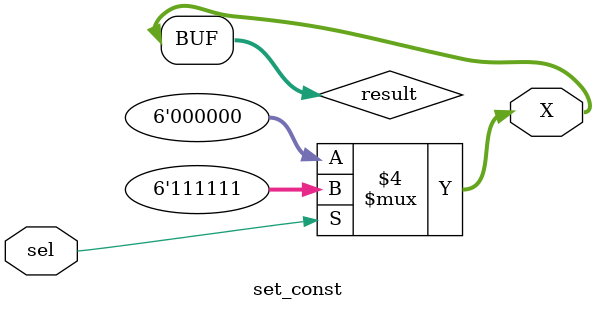
<source format=v>
`timescale 1ns / 1ps

module set_const(
    input sel,
    output [5:0] X
    );
	 
	 //internal result signal
	 reg [5:0] result;
	 
	 
	always @*
	//if bit is 1, set to 1's
		if(sel==1)
			result = 6'b111111;
	//else set to 0's
		else
			result = 6'b000000;
			
	//assign output to X
	assign X = result;

endmodule

</source>
